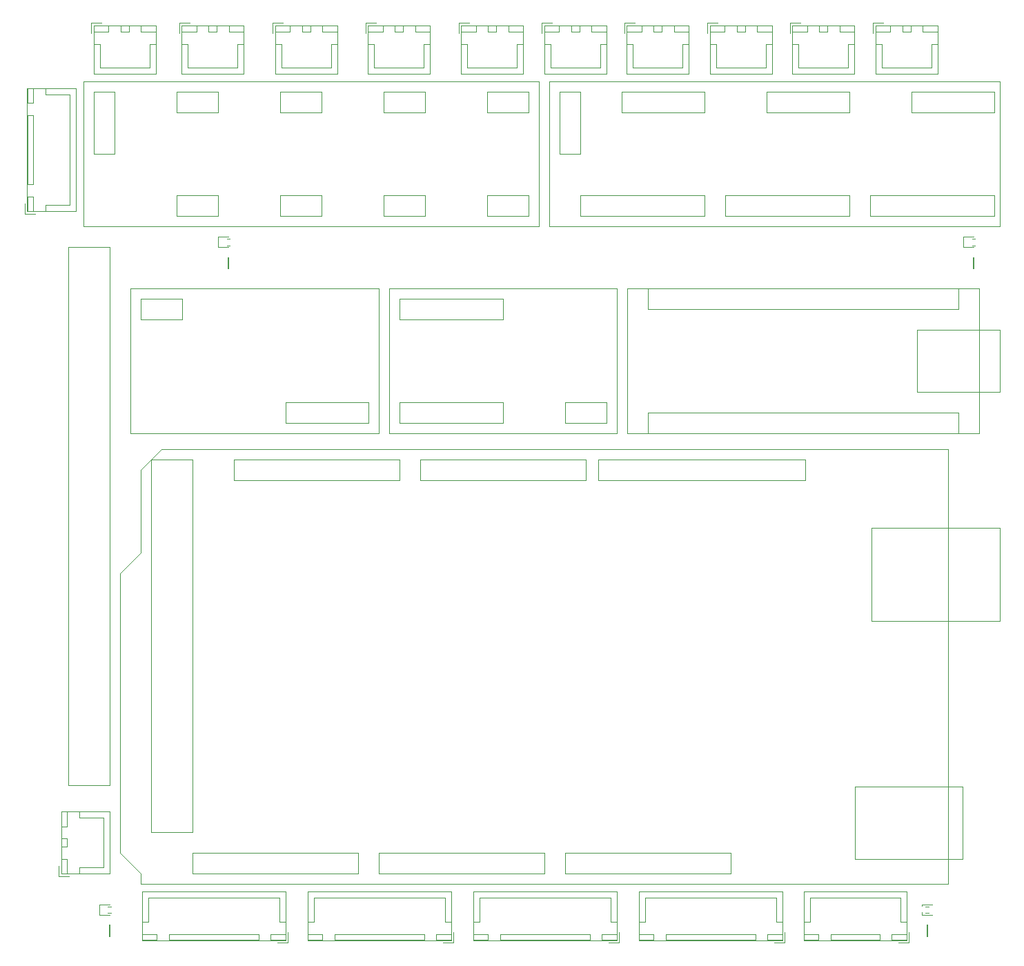
<source format=gto>
%TF.GenerationSoftware,KiCad,Pcbnew,(5.1.8)-1*%
%TF.CreationDate,2021-03-06T21:25:47+09:00*%
%TF.ProjectId,main bord,6d61696e-2062-46f7-9264-2e6b69636164,rev?*%
%TF.SameCoordinates,PXe4e1c0PY7b06240*%
%TF.FileFunction,Legend,Top*%
%TF.FilePolarity,Positive*%
%FSLAX46Y46*%
G04 Gerber Fmt 4.6, Leading zero omitted, Abs format (unit mm)*
G04 Created by KiCad (PCBNEW (5.1.8)-1) date 2021-03-06 21:25:47*
%MOMM*%
%LPD*%
G01*
G04 APERTURE LIST*
%ADD10C,0.120000*%
%ADD11C,0.100000*%
%ADD12C,0.200000*%
%ADD13R,1.700000X1.700000*%
%ADD14C,1.700000*%
%ADD15O,1.700000X1.700000*%
%ADD16O,1.700000X2.000000*%
%ADD17O,1.950000X1.700000*%
%ADD18O,1.700000X1.950000*%
%ADD19O,2.000000X1.700000*%
%ADD20R,0.800000X0.800000*%
%ADD21R,1.050000X1.800000*%
G04 APERTURE END LIST*
D10*
X115245000Y86050000D02*
X116515000Y86050000D01*
X115245000Y87320000D02*
X115245000Y86050000D01*
X116515000Y87320000D02*
X115245000Y87320000D01*
X5390000Y20010000D02*
X5390000Y86050000D01*
X10470000Y20010000D02*
X5390000Y20010000D01*
X10470000Y86050000D02*
X10470000Y20010000D01*
X5390000Y86050000D02*
X10470000Y86050000D01*
X23805000Y87320000D02*
X25075000Y87320000D01*
X23805000Y86050000D02*
X23805000Y87320000D01*
X25075000Y86050000D02*
X23805000Y86050000D01*
X110165000Y5405000D02*
X111435000Y5405000D01*
X110165000Y4135000D02*
X110165000Y5405000D01*
X111435000Y4135000D02*
X110165000Y4135000D01*
X9200000Y5405000D02*
X10470000Y5405000D01*
X9200000Y4135000D02*
X9200000Y5405000D01*
X10470000Y4135000D02*
X9200000Y4135000D01*
%TO.C,U3*%
X119055000Y92400000D02*
X103815000Y92400000D01*
X119055000Y89860000D02*
X119055000Y92400000D01*
X103815000Y89860000D02*
X119055000Y89860000D01*
X103815000Y92400000D02*
X103815000Y89860000D01*
X119055000Y105100000D02*
X108895000Y105100000D01*
X119055000Y102560000D02*
X119055000Y105100000D01*
X108895000Y102560000D02*
X119055000Y102560000D01*
X108895000Y105100000D02*
X108895000Y102560000D01*
X101275000Y105100000D02*
X91115000Y105100000D01*
X101275000Y102560000D02*
X101275000Y105100000D01*
X91115000Y102560000D02*
X101275000Y102560000D01*
X91115000Y105100000D02*
X91115000Y102560000D01*
X101275000Y92400000D02*
X86035000Y92400000D01*
X101275000Y89860000D02*
X101275000Y92400000D01*
X86035000Y89860000D02*
X101275000Y89860000D01*
X86035000Y92400000D02*
X86035000Y89860000D01*
X83495000Y92400000D02*
X68255000Y92400000D01*
X83495000Y89860000D02*
X83495000Y92400000D01*
X68255000Y89860000D02*
X83495000Y89860000D01*
X68255000Y92400000D02*
X68255000Y89860000D01*
X83495000Y105100000D02*
X73335000Y105100000D01*
X83495000Y102560000D02*
X83495000Y105100000D01*
X73335000Y102560000D02*
X83495000Y102560000D01*
X73335000Y105100000D02*
X73335000Y102560000D01*
X65715000Y97480000D02*
X65715000Y105100000D01*
X68255000Y97480000D02*
X65715000Y97480000D01*
X68255000Y105100000D02*
X68255000Y97480000D01*
X65715000Y105100000D02*
X68255000Y105100000D01*
X64445000Y106370000D02*
X64445000Y88590000D01*
X119690000Y106370000D02*
X119690000Y88590000D01*
X64445000Y106370000D02*
X119690000Y106370000D01*
X64445000Y88590000D02*
X119690000Y88590000D01*
%TO.C,U2*%
X119690000Y75890000D02*
X119690000Y68270000D01*
X109530000Y75890000D02*
X119690000Y75890000D01*
X109530000Y68270000D02*
X109530000Y75890000D01*
X119690000Y68270000D02*
X109530000Y68270000D01*
X73970000Y80970000D02*
X117150000Y80970000D01*
X73970000Y63190000D02*
X117150000Y63190000D01*
X117150000Y63190000D02*
X117150000Y80970000D01*
X73970000Y63190000D02*
X73970000Y80970000D01*
X76510000Y63190000D02*
X76510000Y65730000D01*
X76510000Y65730000D02*
X114610000Y65730000D01*
X114610000Y65730000D02*
X114610000Y63190000D01*
X114610000Y80970000D02*
X114610000Y78430000D01*
X114610000Y78430000D02*
X76510000Y78430000D01*
X76510000Y78430000D02*
X76510000Y80970000D01*
%TO.C,U6*%
X68890000Y57475000D02*
X48570000Y57475000D01*
X68890000Y60015000D02*
X68890000Y57475000D01*
X48570000Y60015000D02*
X68890000Y60015000D01*
X48570000Y57475000D02*
X48570000Y60015000D01*
X46030000Y60015000D02*
X46030000Y57475000D01*
X25710000Y60015000D02*
X46030000Y60015000D01*
X25710000Y57475000D02*
X25710000Y60015000D01*
X46030000Y57475000D02*
X25710000Y57475000D01*
X20630000Y60015000D02*
X20630000Y14295000D01*
X15550000Y60015000D02*
X20630000Y60015000D01*
X15550000Y14295000D02*
X15550000Y60015000D01*
X20630000Y14295000D02*
X15550000Y14295000D01*
X20630000Y9215000D02*
X40950000Y9215000D01*
X20630000Y11755000D02*
X20630000Y9215000D01*
X40950000Y11755000D02*
X20630000Y11755000D01*
X40950000Y9215000D02*
X40950000Y11755000D01*
X43490000Y9215000D02*
X63810000Y9215000D01*
X43490000Y11755000D02*
X43490000Y9215000D01*
X63810000Y11755000D02*
X43490000Y11755000D01*
X63810000Y9215000D02*
X63810000Y11755000D01*
X66350000Y9215000D02*
X86670000Y9215000D01*
X66350000Y11755000D02*
X66350000Y9215000D01*
X86670000Y11755000D02*
X66350000Y11755000D01*
X86670000Y9215000D02*
X86670000Y11755000D01*
X103942000Y40203000D02*
X119690000Y40203000D01*
X103942000Y51633000D02*
X103942000Y40203000D01*
X119690000Y51633000D02*
X103942000Y51633000D01*
X119690000Y40203000D02*
X119690000Y51633000D01*
X115118000Y19883000D02*
X115118000Y10993000D01*
X101910000Y19883000D02*
X115118000Y19883000D01*
X101910000Y10993000D02*
X101910000Y19883000D01*
X115118000Y10993000D02*
X101910000Y10993000D01*
X113340000Y7945000D02*
X113340000Y61285000D01*
X14280000Y7945000D02*
X113340000Y7945000D01*
X14280000Y9215000D02*
X14280000Y7945000D01*
X11740000Y11755000D02*
X14280000Y9215000D01*
X11740000Y46045000D02*
X11740000Y11755000D01*
X14280000Y48585000D02*
X11740000Y46045000D01*
X14280000Y58745000D02*
X14280000Y48585000D01*
X16820000Y61285000D02*
X14280000Y58745000D01*
X113340000Y61285000D02*
X16820000Y61285000D01*
X95814000Y57475000D02*
X95814000Y60015000D01*
X95814000Y60015000D02*
X70414000Y60015000D01*
X70414000Y60015000D02*
X70414000Y57475000D01*
X70414000Y57475000D02*
X95814000Y57475000D01*
%TO.C,J1*%
X63540000Y113565000D02*
X63540000Y112315000D01*
X64790000Y113565000D02*
X63540000Y113565000D01*
X70690000Y108065000D02*
X67640000Y108065000D01*
X70690000Y111015000D02*
X70690000Y108065000D01*
X71440000Y111015000D02*
X70690000Y111015000D01*
X64590000Y108065000D02*
X67640000Y108065000D01*
X64590000Y111015000D02*
X64590000Y108065000D01*
X63840000Y111015000D02*
X64590000Y111015000D01*
X71440000Y113265000D02*
X69640000Y113265000D01*
X71440000Y112515000D02*
X71440000Y113265000D01*
X69640000Y112515000D02*
X71440000Y112515000D01*
X69640000Y113265000D02*
X69640000Y112515000D01*
X65640000Y113265000D02*
X63840000Y113265000D01*
X65640000Y112515000D02*
X65640000Y113265000D01*
X63840000Y112515000D02*
X65640000Y112515000D01*
X63840000Y113265000D02*
X63840000Y112515000D01*
X68140000Y113265000D02*
X67140000Y113265000D01*
X68140000Y112515000D02*
X68140000Y113265000D01*
X67140000Y112515000D02*
X68140000Y112515000D01*
X67140000Y113265000D02*
X67140000Y112515000D01*
X71450000Y113275000D02*
X63830000Y113275000D01*
X71450000Y107305000D02*
X71450000Y113275000D01*
X63830000Y107305000D02*
X71450000Y107305000D01*
X63830000Y113275000D02*
X63830000Y107305000D01*
%TO.C,J2*%
X73950000Y113275000D02*
X73950000Y107305000D01*
X73950000Y107305000D02*
X81570000Y107305000D01*
X81570000Y107305000D02*
X81570000Y113275000D01*
X81570000Y113275000D02*
X73950000Y113275000D01*
X77260000Y113265000D02*
X77260000Y112515000D01*
X77260000Y112515000D02*
X78260000Y112515000D01*
X78260000Y112515000D02*
X78260000Y113265000D01*
X78260000Y113265000D02*
X77260000Y113265000D01*
X73960000Y113265000D02*
X73960000Y112515000D01*
X73960000Y112515000D02*
X75760000Y112515000D01*
X75760000Y112515000D02*
X75760000Y113265000D01*
X75760000Y113265000D02*
X73960000Y113265000D01*
X79760000Y113265000D02*
X79760000Y112515000D01*
X79760000Y112515000D02*
X81560000Y112515000D01*
X81560000Y112515000D02*
X81560000Y113265000D01*
X81560000Y113265000D02*
X79760000Y113265000D01*
X73960000Y111015000D02*
X74710000Y111015000D01*
X74710000Y111015000D02*
X74710000Y108065000D01*
X74710000Y108065000D02*
X77760000Y108065000D01*
X81560000Y111015000D02*
X80810000Y111015000D01*
X80810000Y111015000D02*
X80810000Y108065000D01*
X80810000Y108065000D02*
X77760000Y108065000D01*
X74910000Y113565000D02*
X73660000Y113565000D01*
X73660000Y113565000D02*
X73660000Y112315000D01*
%TO.C,J3*%
X83860000Y113565000D02*
X83860000Y112315000D01*
X85110000Y113565000D02*
X83860000Y113565000D01*
X91010000Y108065000D02*
X87960000Y108065000D01*
X91010000Y111015000D02*
X91010000Y108065000D01*
X91760000Y111015000D02*
X91010000Y111015000D01*
X84910000Y108065000D02*
X87960000Y108065000D01*
X84910000Y111015000D02*
X84910000Y108065000D01*
X84160000Y111015000D02*
X84910000Y111015000D01*
X91760000Y113265000D02*
X89960000Y113265000D01*
X91760000Y112515000D02*
X91760000Y113265000D01*
X89960000Y112515000D02*
X91760000Y112515000D01*
X89960000Y113265000D02*
X89960000Y112515000D01*
X85960000Y113265000D02*
X84160000Y113265000D01*
X85960000Y112515000D02*
X85960000Y113265000D01*
X84160000Y112515000D02*
X85960000Y112515000D01*
X84160000Y113265000D02*
X84160000Y112515000D01*
X88460000Y113265000D02*
X87460000Y113265000D01*
X88460000Y112515000D02*
X88460000Y113265000D01*
X87460000Y112515000D02*
X88460000Y112515000D01*
X87460000Y113265000D02*
X87460000Y112515000D01*
X91770000Y113275000D02*
X84150000Y113275000D01*
X91770000Y107305000D02*
X91770000Y113275000D01*
X84150000Y107305000D02*
X91770000Y107305000D01*
X84150000Y113275000D02*
X84150000Y107305000D01*
%TO.C,J4*%
X94270000Y113275000D02*
X94270000Y107305000D01*
X94270000Y107305000D02*
X101890000Y107305000D01*
X101890000Y107305000D02*
X101890000Y113275000D01*
X101890000Y113275000D02*
X94270000Y113275000D01*
X97580000Y113265000D02*
X97580000Y112515000D01*
X97580000Y112515000D02*
X98580000Y112515000D01*
X98580000Y112515000D02*
X98580000Y113265000D01*
X98580000Y113265000D02*
X97580000Y113265000D01*
X94280000Y113265000D02*
X94280000Y112515000D01*
X94280000Y112515000D02*
X96080000Y112515000D01*
X96080000Y112515000D02*
X96080000Y113265000D01*
X96080000Y113265000D02*
X94280000Y113265000D01*
X100080000Y113265000D02*
X100080000Y112515000D01*
X100080000Y112515000D02*
X101880000Y112515000D01*
X101880000Y112515000D02*
X101880000Y113265000D01*
X101880000Y113265000D02*
X100080000Y113265000D01*
X94280000Y111015000D02*
X95030000Y111015000D01*
X95030000Y111015000D02*
X95030000Y108065000D01*
X95030000Y108065000D02*
X98080000Y108065000D01*
X101880000Y111015000D02*
X101130000Y111015000D01*
X101130000Y111015000D02*
X101130000Y108065000D01*
X101130000Y108065000D02*
X98080000Y108065000D01*
X95230000Y113565000D02*
X93980000Y113565000D01*
X93980000Y113565000D02*
X93980000Y112315000D01*
%TO.C,J5*%
X104470000Y113275000D02*
X104470000Y107305000D01*
X104470000Y107305000D02*
X112090000Y107305000D01*
X112090000Y107305000D02*
X112090000Y113275000D01*
X112090000Y113275000D02*
X104470000Y113275000D01*
X107780000Y113265000D02*
X107780000Y112515000D01*
X107780000Y112515000D02*
X108780000Y112515000D01*
X108780000Y112515000D02*
X108780000Y113265000D01*
X108780000Y113265000D02*
X107780000Y113265000D01*
X104480000Y113265000D02*
X104480000Y112515000D01*
X104480000Y112515000D02*
X106280000Y112515000D01*
X106280000Y112515000D02*
X106280000Y113265000D01*
X106280000Y113265000D02*
X104480000Y113265000D01*
X110280000Y113265000D02*
X110280000Y112515000D01*
X110280000Y112515000D02*
X112080000Y112515000D01*
X112080000Y112515000D02*
X112080000Y113265000D01*
X112080000Y113265000D02*
X110280000Y113265000D01*
X104480000Y111015000D02*
X105230000Y111015000D01*
X105230000Y111015000D02*
X105230000Y108065000D01*
X105230000Y108065000D02*
X108280000Y108065000D01*
X112080000Y111015000D02*
X111330000Y111015000D01*
X111330000Y111015000D02*
X111330000Y108065000D01*
X111330000Y108065000D02*
X108280000Y108065000D01*
X105430000Y113565000D02*
X104180000Y113565000D01*
X104180000Y113565000D02*
X104180000Y112315000D01*
%TO.C,J6*%
X19340000Y113275000D02*
X19340000Y107305000D01*
X19340000Y107305000D02*
X26960000Y107305000D01*
X26960000Y107305000D02*
X26960000Y113275000D01*
X26960000Y113275000D02*
X19340000Y113275000D01*
X22650000Y113265000D02*
X22650000Y112515000D01*
X22650000Y112515000D02*
X23650000Y112515000D01*
X23650000Y112515000D02*
X23650000Y113265000D01*
X23650000Y113265000D02*
X22650000Y113265000D01*
X19350000Y113265000D02*
X19350000Y112515000D01*
X19350000Y112515000D02*
X21150000Y112515000D01*
X21150000Y112515000D02*
X21150000Y113265000D01*
X21150000Y113265000D02*
X19350000Y113265000D01*
X25150000Y113265000D02*
X25150000Y112515000D01*
X25150000Y112515000D02*
X26950000Y112515000D01*
X26950000Y112515000D02*
X26950000Y113265000D01*
X26950000Y113265000D02*
X25150000Y113265000D01*
X19350000Y111015000D02*
X20100000Y111015000D01*
X20100000Y111015000D02*
X20100000Y108065000D01*
X20100000Y108065000D02*
X23150000Y108065000D01*
X26950000Y111015000D02*
X26200000Y111015000D01*
X26200000Y111015000D02*
X26200000Y108065000D01*
X26200000Y108065000D02*
X23150000Y108065000D01*
X20300000Y113565000D02*
X19050000Y113565000D01*
X19050000Y113565000D02*
X19050000Y112315000D01*
%TO.C,J7*%
X30520000Y113565000D02*
X30520000Y112315000D01*
X31770000Y113565000D02*
X30520000Y113565000D01*
X37670000Y108065000D02*
X34620000Y108065000D01*
X37670000Y111015000D02*
X37670000Y108065000D01*
X38420000Y111015000D02*
X37670000Y111015000D01*
X31570000Y108065000D02*
X34620000Y108065000D01*
X31570000Y111015000D02*
X31570000Y108065000D01*
X30820000Y111015000D02*
X31570000Y111015000D01*
X38420000Y113265000D02*
X36620000Y113265000D01*
X38420000Y112515000D02*
X38420000Y113265000D01*
X36620000Y112515000D02*
X38420000Y112515000D01*
X36620000Y113265000D02*
X36620000Y112515000D01*
X32620000Y113265000D02*
X30820000Y113265000D01*
X32620000Y112515000D02*
X32620000Y113265000D01*
X30820000Y112515000D02*
X32620000Y112515000D01*
X30820000Y113265000D02*
X30820000Y112515000D01*
X35120000Y113265000D02*
X34120000Y113265000D01*
X35120000Y112515000D02*
X35120000Y113265000D01*
X34120000Y112515000D02*
X35120000Y112515000D01*
X34120000Y113265000D02*
X34120000Y112515000D01*
X38430000Y113275000D02*
X30810000Y113275000D01*
X38430000Y107305000D02*
X38430000Y113275000D01*
X30810000Y107305000D02*
X38430000Y107305000D01*
X30810000Y113275000D02*
X30810000Y107305000D01*
%TO.C,J8*%
X42200000Y113275000D02*
X42200000Y107305000D01*
X42200000Y107305000D02*
X49820000Y107305000D01*
X49820000Y107305000D02*
X49820000Y113275000D01*
X49820000Y113275000D02*
X42200000Y113275000D01*
X45510000Y113265000D02*
X45510000Y112515000D01*
X45510000Y112515000D02*
X46510000Y112515000D01*
X46510000Y112515000D02*
X46510000Y113265000D01*
X46510000Y113265000D02*
X45510000Y113265000D01*
X42210000Y113265000D02*
X42210000Y112515000D01*
X42210000Y112515000D02*
X44010000Y112515000D01*
X44010000Y112515000D02*
X44010000Y113265000D01*
X44010000Y113265000D02*
X42210000Y113265000D01*
X48010000Y113265000D02*
X48010000Y112515000D01*
X48010000Y112515000D02*
X49810000Y112515000D01*
X49810000Y112515000D02*
X49810000Y113265000D01*
X49810000Y113265000D02*
X48010000Y113265000D01*
X42210000Y111015000D02*
X42960000Y111015000D01*
X42960000Y111015000D02*
X42960000Y108065000D01*
X42960000Y108065000D02*
X46010000Y108065000D01*
X49810000Y111015000D02*
X49060000Y111015000D01*
X49060000Y111015000D02*
X49060000Y108065000D01*
X49060000Y108065000D02*
X46010000Y108065000D01*
X43160000Y113565000D02*
X41910000Y113565000D01*
X41910000Y113565000D02*
X41910000Y112315000D01*
%TO.C,J9*%
X53340000Y113565000D02*
X53340000Y112315000D01*
X54590000Y113565000D02*
X53340000Y113565000D01*
X60490000Y108065000D02*
X57440000Y108065000D01*
X60490000Y111015000D02*
X60490000Y108065000D01*
X61240000Y111015000D02*
X60490000Y111015000D01*
X54390000Y108065000D02*
X57440000Y108065000D01*
X54390000Y111015000D02*
X54390000Y108065000D01*
X53640000Y111015000D02*
X54390000Y111015000D01*
X61240000Y113265000D02*
X59440000Y113265000D01*
X61240000Y112515000D02*
X61240000Y113265000D01*
X59440000Y112515000D02*
X61240000Y112515000D01*
X59440000Y113265000D02*
X59440000Y112515000D01*
X55440000Y113265000D02*
X53640000Y113265000D01*
X55440000Y112515000D02*
X55440000Y113265000D01*
X53640000Y112515000D02*
X55440000Y112515000D01*
X53640000Y113265000D02*
X53640000Y112515000D01*
X57940000Y113265000D02*
X56940000Y113265000D01*
X57940000Y112515000D02*
X57940000Y113265000D01*
X56940000Y112515000D02*
X57940000Y112515000D01*
X56940000Y113265000D02*
X56940000Y112515000D01*
X61250000Y113275000D02*
X53630000Y113275000D01*
X61250000Y107305000D02*
X61250000Y113275000D01*
X53630000Y107305000D02*
X61250000Y107305000D01*
X53630000Y113275000D02*
X53630000Y107305000D01*
%TO.C,J14*%
X100000Y90185000D02*
X1350000Y90185000D01*
X100000Y91435000D02*
X100000Y90185000D01*
X5600000Y104835000D02*
X5600000Y98035000D01*
X2650000Y104835000D02*
X5600000Y104835000D01*
X2650000Y105585000D02*
X2650000Y104835000D01*
X5600000Y91235000D02*
X5600000Y98035000D01*
X2650000Y91235000D02*
X5600000Y91235000D01*
X2650000Y90485000D02*
X2650000Y91235000D01*
X400000Y105585000D02*
X400000Y103785000D01*
X1150000Y105585000D02*
X400000Y105585000D01*
X1150000Y103785000D02*
X1150000Y105585000D01*
X400000Y103785000D02*
X1150000Y103785000D01*
X400000Y92285000D02*
X400000Y90485000D01*
X1150000Y92285000D02*
X400000Y92285000D01*
X1150000Y90485000D02*
X1150000Y92285000D01*
X400000Y90485000D02*
X1150000Y90485000D01*
X400000Y102285000D02*
X400000Y93785000D01*
X1150000Y102285000D02*
X400000Y102285000D01*
X1150000Y93785000D02*
X1150000Y102285000D01*
X400000Y93785000D02*
X1150000Y93785000D01*
X390000Y105595000D02*
X390000Y90475000D01*
X6360000Y105595000D02*
X390000Y105595000D01*
X6360000Y90475000D02*
X6360000Y105595000D01*
X390000Y90475000D02*
X6360000Y90475000D01*
%TO.C,J17*%
X8255000Y113565000D02*
X8255000Y112315000D01*
X9505000Y113565000D02*
X8255000Y113565000D01*
X15405000Y108065000D02*
X12355000Y108065000D01*
X15405000Y111015000D02*
X15405000Y108065000D01*
X16155000Y111015000D02*
X15405000Y111015000D01*
X9305000Y108065000D02*
X12355000Y108065000D01*
X9305000Y111015000D02*
X9305000Y108065000D01*
X8555000Y111015000D02*
X9305000Y111015000D01*
X16155000Y113265000D02*
X14355000Y113265000D01*
X16155000Y112515000D02*
X16155000Y113265000D01*
X14355000Y112515000D02*
X16155000Y112515000D01*
X14355000Y113265000D02*
X14355000Y112515000D01*
X10355000Y113265000D02*
X8555000Y113265000D01*
X10355000Y112515000D02*
X10355000Y113265000D01*
X8555000Y112515000D02*
X10355000Y112515000D01*
X8555000Y113265000D02*
X8555000Y112515000D01*
X12855000Y113265000D02*
X11855000Y113265000D01*
X12855000Y112515000D02*
X12855000Y113265000D01*
X11855000Y112515000D02*
X12855000Y112515000D01*
X11855000Y113265000D02*
X11855000Y112515000D01*
X16165000Y113275000D02*
X8545000Y113275000D01*
X16165000Y107305000D02*
X16165000Y113275000D01*
X8545000Y107305000D02*
X16165000Y107305000D01*
X8545000Y113275000D02*
X8545000Y107305000D01*
%TO.C,J19*%
X108570000Y750000D02*
X108570000Y2000000D01*
X107320000Y750000D02*
X108570000Y750000D01*
X96420000Y6250000D02*
X101970000Y6250000D01*
X96420000Y3300000D02*
X96420000Y6250000D01*
X95670000Y3300000D02*
X96420000Y3300000D01*
X107520000Y6250000D02*
X101970000Y6250000D01*
X107520000Y3300000D02*
X107520000Y6250000D01*
X108270000Y3300000D02*
X107520000Y3300000D01*
X95670000Y1050000D02*
X97470000Y1050000D01*
X95670000Y1800000D02*
X95670000Y1050000D01*
X97470000Y1800000D02*
X95670000Y1800000D01*
X97470000Y1050000D02*
X97470000Y1800000D01*
X106470000Y1050000D02*
X108270000Y1050000D01*
X106470000Y1800000D02*
X106470000Y1050000D01*
X108270000Y1800000D02*
X106470000Y1800000D01*
X108270000Y1050000D02*
X108270000Y1800000D01*
X98970000Y1050000D02*
X104970000Y1050000D01*
X98970000Y1800000D02*
X98970000Y1050000D01*
X104970000Y1800000D02*
X98970000Y1800000D01*
X104970000Y1050000D02*
X104970000Y1800000D01*
X95660000Y1040000D02*
X108280000Y1040000D01*
X95660000Y7010000D02*
X95660000Y1040000D01*
X108280000Y7010000D02*
X95660000Y7010000D01*
X108280000Y1040000D02*
X108280000Y7010000D01*
%TO.C,J21*%
X4250000Y8905000D02*
X5500000Y8905000D01*
X4250000Y10155000D02*
X4250000Y8905000D01*
X9750000Y16055000D02*
X9750000Y13005000D01*
X6800000Y16055000D02*
X9750000Y16055000D01*
X6800000Y16805000D02*
X6800000Y16055000D01*
X9750000Y9955000D02*
X9750000Y13005000D01*
X6800000Y9955000D02*
X9750000Y9955000D01*
X6800000Y9205000D02*
X6800000Y9955000D01*
X4550000Y16805000D02*
X4550000Y15005000D01*
X5300000Y16805000D02*
X4550000Y16805000D01*
X5300000Y15005000D02*
X5300000Y16805000D01*
X4550000Y15005000D02*
X5300000Y15005000D01*
X4550000Y11005000D02*
X4550000Y9205000D01*
X5300000Y11005000D02*
X4550000Y11005000D01*
X5300000Y9205000D02*
X5300000Y11005000D01*
X4550000Y9205000D02*
X5300000Y9205000D01*
X4550000Y13505000D02*
X4550000Y12505000D01*
X5300000Y13505000D02*
X4550000Y13505000D01*
X5300000Y12505000D02*
X5300000Y13505000D01*
X4550000Y12505000D02*
X5300000Y12505000D01*
X4540000Y16815000D02*
X4540000Y9195000D01*
X10510000Y16815000D02*
X4540000Y16815000D01*
X10510000Y9195000D02*
X10510000Y16815000D01*
X4540000Y9195000D02*
X10510000Y9195000D01*
%TO.C,J22*%
X32080000Y1040000D02*
X32080000Y7010000D01*
X32080000Y7010000D02*
X14460000Y7010000D01*
X14460000Y7010000D02*
X14460000Y1040000D01*
X14460000Y1040000D02*
X32080000Y1040000D01*
X28770000Y1050000D02*
X28770000Y1800000D01*
X28770000Y1800000D02*
X17770000Y1800000D01*
X17770000Y1800000D02*
X17770000Y1050000D01*
X17770000Y1050000D02*
X28770000Y1050000D01*
X32070000Y1050000D02*
X32070000Y1800000D01*
X32070000Y1800000D02*
X30270000Y1800000D01*
X30270000Y1800000D02*
X30270000Y1050000D01*
X30270000Y1050000D02*
X32070000Y1050000D01*
X16270000Y1050000D02*
X16270000Y1800000D01*
X16270000Y1800000D02*
X14470000Y1800000D01*
X14470000Y1800000D02*
X14470000Y1050000D01*
X14470000Y1050000D02*
X16270000Y1050000D01*
X32070000Y3300000D02*
X31320000Y3300000D01*
X31320000Y3300000D02*
X31320000Y6250000D01*
X31320000Y6250000D02*
X23270000Y6250000D01*
X14470000Y3300000D02*
X15220000Y3300000D01*
X15220000Y3300000D02*
X15220000Y6250000D01*
X15220000Y6250000D02*
X23270000Y6250000D01*
X31120000Y750000D02*
X32370000Y750000D01*
X32370000Y750000D02*
X32370000Y2000000D01*
%TO.C,J23*%
X52690000Y750000D02*
X52690000Y2000000D01*
X51440000Y750000D02*
X52690000Y750000D01*
X35540000Y6250000D02*
X43590000Y6250000D01*
X35540000Y3300000D02*
X35540000Y6250000D01*
X34790000Y3300000D02*
X35540000Y3300000D01*
X51640000Y6250000D02*
X43590000Y6250000D01*
X51640000Y3300000D02*
X51640000Y6250000D01*
X52390000Y3300000D02*
X51640000Y3300000D01*
X34790000Y1050000D02*
X36590000Y1050000D01*
X34790000Y1800000D02*
X34790000Y1050000D01*
X36590000Y1800000D02*
X34790000Y1800000D01*
X36590000Y1050000D02*
X36590000Y1800000D01*
X50590000Y1050000D02*
X52390000Y1050000D01*
X50590000Y1800000D02*
X50590000Y1050000D01*
X52390000Y1800000D02*
X50590000Y1800000D01*
X52390000Y1050000D02*
X52390000Y1800000D01*
X38090000Y1050000D02*
X49090000Y1050000D01*
X38090000Y1800000D02*
X38090000Y1050000D01*
X49090000Y1800000D02*
X38090000Y1800000D01*
X49090000Y1050000D02*
X49090000Y1800000D01*
X34780000Y1040000D02*
X52400000Y1040000D01*
X34780000Y7010000D02*
X34780000Y1040000D01*
X52400000Y7010000D02*
X34780000Y7010000D01*
X52400000Y1040000D02*
X52400000Y7010000D01*
%TO.C,J25*%
X72720000Y1040000D02*
X72720000Y7010000D01*
X72720000Y7010000D02*
X55100000Y7010000D01*
X55100000Y7010000D02*
X55100000Y1040000D01*
X55100000Y1040000D02*
X72720000Y1040000D01*
X69410000Y1050000D02*
X69410000Y1800000D01*
X69410000Y1800000D02*
X58410000Y1800000D01*
X58410000Y1800000D02*
X58410000Y1050000D01*
X58410000Y1050000D02*
X69410000Y1050000D01*
X72710000Y1050000D02*
X72710000Y1800000D01*
X72710000Y1800000D02*
X70910000Y1800000D01*
X70910000Y1800000D02*
X70910000Y1050000D01*
X70910000Y1050000D02*
X72710000Y1050000D01*
X56910000Y1050000D02*
X56910000Y1800000D01*
X56910000Y1800000D02*
X55110000Y1800000D01*
X55110000Y1800000D02*
X55110000Y1050000D01*
X55110000Y1050000D02*
X56910000Y1050000D01*
X72710000Y3300000D02*
X71960000Y3300000D01*
X71960000Y3300000D02*
X71960000Y6250000D01*
X71960000Y6250000D02*
X63910000Y6250000D01*
X55110000Y3300000D02*
X55860000Y3300000D01*
X55860000Y3300000D02*
X55860000Y6250000D01*
X55860000Y6250000D02*
X63910000Y6250000D01*
X71760000Y750000D02*
X73010000Y750000D01*
X73010000Y750000D02*
X73010000Y2000000D01*
%TO.C,J28*%
X93330000Y750000D02*
X93330000Y2000000D01*
X92080000Y750000D02*
X93330000Y750000D01*
X76180000Y6250000D02*
X84230000Y6250000D01*
X76180000Y3300000D02*
X76180000Y6250000D01*
X75430000Y3300000D02*
X76180000Y3300000D01*
X92280000Y6250000D02*
X84230000Y6250000D01*
X92280000Y3300000D02*
X92280000Y6250000D01*
X93030000Y3300000D02*
X92280000Y3300000D01*
X75430000Y1050000D02*
X77230000Y1050000D01*
X75430000Y1800000D02*
X75430000Y1050000D01*
X77230000Y1800000D02*
X75430000Y1800000D01*
X77230000Y1050000D02*
X77230000Y1800000D01*
X91230000Y1050000D02*
X93030000Y1050000D01*
X91230000Y1800000D02*
X91230000Y1050000D01*
X93030000Y1800000D02*
X91230000Y1800000D01*
X93030000Y1050000D02*
X93030000Y1800000D01*
X78730000Y1050000D02*
X89730000Y1050000D01*
X78730000Y1800000D02*
X78730000Y1050000D01*
X89730000Y1800000D02*
X78730000Y1800000D01*
X89730000Y1050000D02*
X89730000Y1800000D01*
X75420000Y1040000D02*
X93040000Y1040000D01*
X75420000Y7010000D02*
X75420000Y1040000D01*
X93040000Y7010000D02*
X75420000Y7010000D01*
X93040000Y1040000D02*
X93040000Y7010000D01*
%TO.C,U1*%
X13010000Y80970000D02*
X13010000Y63190000D01*
X13010000Y80970000D02*
X43490000Y80970000D01*
X43490000Y80970000D02*
X43490000Y63190000D01*
X43490000Y63190000D02*
X13010000Y63190000D01*
X14280000Y79700000D02*
X19360000Y79700000D01*
X19360000Y79700000D02*
X19360000Y77160000D01*
X19360000Y77160000D02*
X14280000Y77160000D01*
X14280000Y77160000D02*
X14280000Y79700000D01*
X32060000Y67000000D02*
X42220000Y67000000D01*
X42220000Y67000000D02*
X42220000Y64460000D01*
X42220000Y64460000D02*
X32060000Y64460000D01*
X32060000Y64460000D02*
X32060000Y67000000D01*
%TO.C,U4*%
X7295000Y106370000D02*
X7295000Y88590000D01*
X7295000Y88590000D02*
X63175000Y88590000D01*
X63175000Y88590000D02*
X63175000Y106370000D01*
X63175000Y106370000D02*
X7295000Y106370000D01*
X8565000Y105100000D02*
X8565000Y97480000D01*
X8565000Y97480000D02*
X11105000Y97480000D01*
X11105000Y97480000D02*
X11105000Y105100000D01*
X11105000Y105100000D02*
X8565000Y105100000D01*
X18725000Y105100000D02*
X18725000Y102560000D01*
X18725000Y102560000D02*
X23805000Y102560000D01*
X23805000Y102560000D02*
X23805000Y105100000D01*
X23805000Y105100000D02*
X18725000Y105100000D01*
X18725000Y92400000D02*
X18725000Y89860000D01*
X18725000Y89860000D02*
X23805000Y89860000D01*
X23805000Y89860000D02*
X23805000Y92400000D01*
X23805000Y92400000D02*
X18725000Y92400000D01*
X31425000Y92400000D02*
X31425000Y89860000D01*
X31425000Y89860000D02*
X36505000Y89860000D01*
X36505000Y89860000D02*
X36505000Y92400000D01*
X36505000Y92400000D02*
X31425000Y92400000D01*
X31425000Y102560000D02*
X31425000Y105100000D01*
X31425000Y105100000D02*
X36505000Y105100000D01*
X36505000Y105100000D02*
X36505000Y102560000D01*
X36505000Y102560000D02*
X31425000Y102560000D01*
X44125000Y105100000D02*
X44125000Y102560000D01*
X44125000Y102560000D02*
X49205000Y102560000D01*
X49205000Y102560000D02*
X49205000Y105100000D01*
X49205000Y105100000D02*
X44125000Y105100000D01*
X44125000Y92400000D02*
X44125000Y89860000D01*
X44125000Y89860000D02*
X49205000Y89860000D01*
X49205000Y89860000D02*
X49205000Y92400000D01*
X49205000Y92400000D02*
X44125000Y92400000D01*
X56825000Y105100000D02*
X56825000Y102560000D01*
X56825000Y102560000D02*
X61905000Y102560000D01*
X61905000Y102560000D02*
X61905000Y105100000D01*
X61905000Y105100000D02*
X56825000Y105100000D01*
X56825000Y92400000D02*
X56825000Y89860000D01*
X56825000Y89860000D02*
X61905000Y89860000D01*
X61905000Y89860000D02*
X61905000Y92400000D01*
X61905000Y92400000D02*
X56825000Y92400000D01*
%TO.C,U5*%
X72700000Y63190000D02*
X72700000Y80970000D01*
X72700000Y80970000D02*
X44760000Y80970000D01*
X72700000Y63190000D02*
X44760000Y63190000D01*
X44760000Y63190000D02*
X44760000Y80970000D01*
X71430000Y64460000D02*
X66350000Y64460000D01*
X66350000Y64460000D02*
X66350000Y67000000D01*
X66350000Y67000000D02*
X71430000Y67000000D01*
X71430000Y67000000D02*
X71430000Y64460000D01*
X58730000Y64460000D02*
X46030000Y64460000D01*
X46030000Y64460000D02*
X46030000Y67000000D01*
X46030000Y67000000D02*
X58730000Y67000000D01*
X58730000Y67000000D02*
X58730000Y64460000D01*
X58730000Y77160000D02*
X46030000Y77160000D01*
X46030000Y77160000D02*
X46030000Y79700000D01*
X46030000Y79700000D02*
X58730000Y79700000D01*
X58730000Y79700000D02*
X58730000Y77160000D01*
D11*
%TO.C,LED1*%
X24875000Y86285000D02*
X25275000Y86285000D01*
X24875000Y87085000D02*
X25275000Y87085000D01*
%TO.C,LED2*%
X10270000Y5170000D02*
X10670000Y5170000D01*
X10270000Y4370000D02*
X10670000Y4370000D01*
%TO.C,LED3*%
X110600000Y4370000D02*
X111000000Y4370000D01*
X110600000Y5170000D02*
X111000000Y5170000D01*
%TO.C,LED4*%
X116315000Y87085000D02*
X116715000Y87085000D01*
X116315000Y86285000D02*
X116715000Y86285000D01*
D12*
%TO.C,R1*%
X25075000Y83445000D02*
X25075000Y84845000D01*
%TO.C,R2*%
X10470000Y1530000D02*
X10470000Y2930000D01*
%TO.C,R3*%
X110800000Y1530000D02*
X110800000Y2930000D01*
%TO.C,R4*%
X116515000Y83445000D02*
X116515000Y84845000D01*
%TD*%
%LPC*%
D13*
%TO.C,U3*%
X66985000Y103830000D03*
D14*
X66985000Y98750000D03*
X66985000Y101290000D03*
X69525000Y91130000D03*
X72065000Y91130000D03*
X74605000Y91130000D03*
X82225000Y91130000D03*
X79685000Y91130000D03*
X77145000Y91130000D03*
X87305000Y91130000D03*
X89845000Y91130000D03*
X92385000Y91130000D03*
X100005000Y91130000D03*
X97465000Y91130000D03*
X94925000Y91130000D03*
X105085000Y91130000D03*
X107625000Y91130000D03*
X110165000Y91130000D03*
X117785000Y91130000D03*
X115245000Y91130000D03*
X112705000Y91130000D03*
X74605000Y103830000D03*
X77145000Y103830000D03*
X82225000Y103830000D03*
X79685000Y103830000D03*
X92385000Y103830000D03*
X94925000Y103830000D03*
X100005000Y103830000D03*
X97465000Y103830000D03*
X110165000Y103830000D03*
X112705000Y103830000D03*
X117785000Y103830000D03*
X115245000Y103830000D03*
%TD*%
%TO.C,J12*%
X90480000Y87320000D03*
D15*
X90480000Y84780000D03*
X90480000Y82240000D03*
%TD*%
%TO.C,J10*%
X29520000Y82240000D03*
X29520000Y84780000D03*
D14*
X29520000Y87320000D03*
%TD*%
D15*
%TO.C,J11*%
X90480000Y51760000D03*
X90480000Y49220000D03*
X90480000Y46680000D03*
D14*
X90480000Y44140000D03*
%TD*%
%TO.C,J13*%
X29520000Y51760000D03*
D15*
X29520000Y49220000D03*
X29520000Y46680000D03*
X29520000Y44140000D03*
%TD*%
%TO.C,J37*%
X80320000Y31440000D03*
X80320000Y28900000D03*
X80320000Y26360000D03*
X80320000Y23820000D03*
D14*
X80320000Y21280000D03*
%TD*%
%TO.C,J36*%
X70160000Y21280000D03*
D15*
X70160000Y23820000D03*
X70160000Y26360000D03*
X70160000Y28900000D03*
X70160000Y31440000D03*
%TD*%
D14*
%TO.C,J15*%
X60000000Y18740000D03*
%TD*%
D15*
%TO.C,J32*%
X60000000Y31440000D03*
X60000000Y28900000D03*
X60000000Y26360000D03*
X60000000Y23820000D03*
D14*
X60000000Y21280000D03*
%TD*%
%TO.C,J31*%
X49840000Y21280000D03*
D15*
X49840000Y23820000D03*
X49840000Y26360000D03*
X49840000Y28900000D03*
X49840000Y31440000D03*
%TD*%
D14*
%TO.C,J30*%
X39680000Y21280000D03*
D15*
X39680000Y23820000D03*
X39680000Y26360000D03*
X39680000Y28900000D03*
X39680000Y31440000D03*
%TD*%
D14*
%TO.C,J16*%
X9200000Y56840000D03*
D15*
X9200000Y59380000D03*
X9200000Y61920000D03*
X9200000Y64460000D03*
X9200000Y67000000D03*
X9200000Y69540000D03*
X9200000Y72080000D03*
X9200000Y74620000D03*
X9200000Y77160000D03*
X9200000Y79700000D03*
X9200000Y82240000D03*
X9200000Y84780000D03*
%TD*%
%TO.C,J35*%
X6660000Y59380000D03*
X6660000Y56840000D03*
X6660000Y54300000D03*
X6660000Y51760000D03*
D14*
X6660000Y49220000D03*
%TD*%
%TO.C,J34*%
X6660000Y36520000D03*
D15*
X6660000Y39060000D03*
X6660000Y41600000D03*
X6660000Y44140000D03*
X6660000Y46680000D03*
%TD*%
D14*
%TO.C,J20*%
X9200000Y54300000D03*
D15*
X9200000Y51760000D03*
X9200000Y49220000D03*
X9200000Y46680000D03*
X9200000Y44140000D03*
X9200000Y41600000D03*
X9200000Y39060000D03*
X9200000Y36520000D03*
X9200000Y33980000D03*
X9200000Y31440000D03*
X9200000Y28900000D03*
X9200000Y26360000D03*
X9200000Y23820000D03*
%TD*%
D14*
%TO.C,J33*%
X6660000Y23820000D03*
D15*
X6660000Y26360000D03*
X6660000Y28900000D03*
X6660000Y31440000D03*
X6660000Y33980000D03*
%TD*%
D13*
%TO.C,J18*%
X6660000Y21280000D03*
X9200000Y21280000D03*
%TD*%
D14*
%TO.C,J38*%
X6660000Y61920000D03*
D15*
X6660000Y64460000D03*
X6660000Y67000000D03*
X6660000Y69540000D03*
X6660000Y72080000D03*
%TD*%
%TO.C,J39*%
X6660000Y84780000D03*
X6660000Y82240000D03*
X6660000Y79700000D03*
X6660000Y77160000D03*
D14*
X6660000Y74620000D03*
%TD*%
%TO.C,U2*%
X77780000Y64460000D03*
X80320000Y64460000D03*
X82860000Y64460000D03*
D13*
X85400000Y64460000D03*
D14*
X87940000Y64460000D03*
X90480000Y64460000D03*
X93020000Y64460000D03*
X95560000Y64460000D03*
X98100000Y64460000D03*
X100640000Y64460000D03*
X103180000Y64460000D03*
X105720000Y64460000D03*
X108260000Y64460000D03*
X110800000Y64460000D03*
X113340000Y64460000D03*
X77780000Y79700000D03*
D13*
X80320000Y79700000D03*
D14*
X82860000Y79700000D03*
X85400000Y79700000D03*
X87940000Y79700000D03*
X90480000Y79700000D03*
X93020000Y79700000D03*
X95560000Y79700000D03*
X98100000Y79700000D03*
X100640000Y79700000D03*
X103180000Y79700000D03*
X105720000Y79700000D03*
X108260000Y79700000D03*
X110800000Y79700000D03*
X113340000Y79700000D03*
%TD*%
%TO.C,U6*%
X94544000Y58745000D03*
X92004000Y58745000D03*
X89464000Y58745000D03*
X86924000Y58745000D03*
X84384000Y58745000D03*
X81844000Y58745000D03*
X79304000Y58745000D03*
X76764000Y58745000D03*
X74224000Y58745000D03*
X71684000Y58745000D03*
X67620000Y58745000D03*
X65080000Y58745000D03*
X62540000Y58745000D03*
X60000000Y58745000D03*
X57460000Y58745000D03*
X54920000Y58745000D03*
X52380000Y58745000D03*
X49840000Y58745000D03*
X44760000Y58745000D03*
X42220000Y58745000D03*
X39680000Y58745000D03*
X37140000Y58745000D03*
X34600000Y58745000D03*
X32060000Y58745000D03*
X29520000Y58745000D03*
X26980000Y58745000D03*
X19360000Y58745000D03*
X16820000Y58745000D03*
X19360000Y56205000D03*
X16820000Y56205000D03*
X19360000Y53665000D03*
X16820000Y53665000D03*
X19360000Y51125000D03*
X16820000Y51125000D03*
X19360000Y48585000D03*
X16820000Y48585000D03*
X19360000Y46045000D03*
X16820000Y46045000D03*
X19360000Y43505000D03*
X16820000Y43505000D03*
X19360000Y40965000D03*
X16820000Y40965000D03*
X19360000Y38425000D03*
X16820000Y38425000D03*
X19360000Y35885000D03*
X16820000Y35885000D03*
X19360000Y33345000D03*
X16820000Y33345000D03*
X19360000Y30805000D03*
X16820000Y30805000D03*
X19360000Y28265000D03*
X16820000Y28265000D03*
X19360000Y25725000D03*
X16820000Y25725000D03*
X19360000Y23185000D03*
X16820000Y23185000D03*
X19360000Y20645000D03*
X16820000Y20645000D03*
X19360000Y18105000D03*
X16820000Y18105000D03*
D13*
X19360000Y15565000D03*
X16820000Y15565000D03*
D14*
X21900000Y10485000D03*
X24440000Y10485000D03*
X26980000Y10485000D03*
X29520000Y10485000D03*
X32060000Y10485000D03*
X34600000Y10485000D03*
X37140000Y10485000D03*
X39680000Y10485000D03*
X44760000Y10485000D03*
X47300000Y10485000D03*
X49840000Y10485000D03*
X52380000Y10485000D03*
X54920000Y10485000D03*
X57460000Y10485000D03*
X60000000Y10485000D03*
X62540000Y10485000D03*
X67620000Y10485000D03*
D13*
X70160000Y10485000D03*
X72700000Y10485000D03*
D14*
X75240000Y10485000D03*
X77780000Y10485000D03*
X80320000Y10485000D03*
X82860000Y10485000D03*
X85400000Y10485000D03*
%TD*%
%TO.C,J1*%
G36*
G01*
X65540000Y110065000D02*
X65540000Y111565000D01*
G75*
G02*
X65790000Y111815000I250000J0D01*
G01*
X66990000Y111815000D01*
G75*
G02*
X67240000Y111565000I0J-250000D01*
G01*
X67240000Y110065000D01*
G75*
G02*
X66990000Y109815000I-250000J0D01*
G01*
X65790000Y109815000D01*
G75*
G02*
X65540000Y110065000I0J250000D01*
G01*
G37*
D16*
X68890000Y110815000D03*
%TD*%
%TO.C,J2*%
X79010000Y110815000D03*
G36*
G01*
X75660000Y110065000D02*
X75660000Y111565000D01*
G75*
G02*
X75910000Y111815000I250000J0D01*
G01*
X77110000Y111815000D01*
G75*
G02*
X77360000Y111565000I0J-250000D01*
G01*
X77360000Y110065000D01*
G75*
G02*
X77110000Y109815000I-250000J0D01*
G01*
X75910000Y109815000D01*
G75*
G02*
X75660000Y110065000I0J250000D01*
G01*
G37*
%TD*%
%TO.C,J3*%
G36*
G01*
X85860000Y110065000D02*
X85860000Y111565000D01*
G75*
G02*
X86110000Y111815000I250000J0D01*
G01*
X87310000Y111815000D01*
G75*
G02*
X87560000Y111565000I0J-250000D01*
G01*
X87560000Y110065000D01*
G75*
G02*
X87310000Y109815000I-250000J0D01*
G01*
X86110000Y109815000D01*
G75*
G02*
X85860000Y110065000I0J250000D01*
G01*
G37*
X89210000Y110815000D03*
%TD*%
%TO.C,J4*%
X99330000Y110815000D03*
G36*
G01*
X95980000Y110065000D02*
X95980000Y111565000D01*
G75*
G02*
X96230000Y111815000I250000J0D01*
G01*
X97430000Y111815000D01*
G75*
G02*
X97680000Y111565000I0J-250000D01*
G01*
X97680000Y110065000D01*
G75*
G02*
X97430000Y109815000I-250000J0D01*
G01*
X96230000Y109815000D01*
G75*
G02*
X95980000Y110065000I0J250000D01*
G01*
G37*
%TD*%
%TO.C,J5*%
X109530000Y110815000D03*
G36*
G01*
X106180000Y110065000D02*
X106180000Y111565000D01*
G75*
G02*
X106430000Y111815000I250000J0D01*
G01*
X107630000Y111815000D01*
G75*
G02*
X107880000Y111565000I0J-250000D01*
G01*
X107880000Y110065000D01*
G75*
G02*
X107630000Y109815000I-250000J0D01*
G01*
X106430000Y109815000D01*
G75*
G02*
X106180000Y110065000I0J250000D01*
G01*
G37*
%TD*%
%TO.C,J6*%
X24400000Y110815000D03*
G36*
G01*
X21050000Y110065000D02*
X21050000Y111565000D01*
G75*
G02*
X21300000Y111815000I250000J0D01*
G01*
X22500000Y111815000D01*
G75*
G02*
X22750000Y111565000I0J-250000D01*
G01*
X22750000Y110065000D01*
G75*
G02*
X22500000Y109815000I-250000J0D01*
G01*
X21300000Y109815000D01*
G75*
G02*
X21050000Y110065000I0J250000D01*
G01*
G37*
%TD*%
%TO.C,J7*%
G36*
G01*
X32520000Y110065000D02*
X32520000Y111565000D01*
G75*
G02*
X32770000Y111815000I250000J0D01*
G01*
X33970000Y111815000D01*
G75*
G02*
X34220000Y111565000I0J-250000D01*
G01*
X34220000Y110065000D01*
G75*
G02*
X33970000Y109815000I-250000J0D01*
G01*
X32770000Y109815000D01*
G75*
G02*
X32520000Y110065000I0J250000D01*
G01*
G37*
X35870000Y110815000D03*
%TD*%
%TO.C,J8*%
X47260000Y110815000D03*
G36*
G01*
X43910000Y110065000D02*
X43910000Y111565000D01*
G75*
G02*
X44160000Y111815000I250000J0D01*
G01*
X45360000Y111815000D01*
G75*
G02*
X45610000Y111565000I0J-250000D01*
G01*
X45610000Y110065000D01*
G75*
G02*
X45360000Y109815000I-250000J0D01*
G01*
X44160000Y109815000D01*
G75*
G02*
X43910000Y110065000I0J250000D01*
G01*
G37*
%TD*%
%TO.C,J9*%
G36*
G01*
X55340000Y110065000D02*
X55340000Y111565000D01*
G75*
G02*
X55590000Y111815000I250000J0D01*
G01*
X56790000Y111815000D01*
G75*
G02*
X57040000Y111565000I0J-250000D01*
G01*
X57040000Y110065000D01*
G75*
G02*
X56790000Y109815000I-250000J0D01*
G01*
X55590000Y109815000D01*
G75*
G02*
X55340000Y110065000I0J250000D01*
G01*
G37*
X58690000Y110815000D03*
%TD*%
%TO.C,J14*%
G36*
G01*
X3575000Y92185000D02*
X2125000Y92185000D01*
G75*
G02*
X1875000Y92435000I0J250000D01*
G01*
X1875000Y93635000D01*
G75*
G02*
X2125000Y93885000I250000J0D01*
G01*
X3575000Y93885000D01*
G75*
G02*
X3825000Y93635000I0J-250000D01*
G01*
X3825000Y92435000D01*
G75*
G02*
X3575000Y92185000I-250000J0D01*
G01*
G37*
D17*
X2850000Y95535000D03*
X2850000Y98035000D03*
X2850000Y100535000D03*
X2850000Y103035000D03*
%TD*%
%TO.C,J17*%
G36*
G01*
X10255000Y110065000D02*
X10255000Y111565000D01*
G75*
G02*
X10505000Y111815000I250000J0D01*
G01*
X11705000Y111815000D01*
G75*
G02*
X11955000Y111565000I0J-250000D01*
G01*
X11955000Y110065000D01*
G75*
G02*
X11705000Y109815000I-250000J0D01*
G01*
X10505000Y109815000D01*
G75*
G02*
X10255000Y110065000I0J250000D01*
G01*
G37*
D16*
X13605000Y110815000D03*
%TD*%
%TO.C,J19*%
G36*
G01*
X106570000Y4225000D02*
X106570000Y2775000D01*
G75*
G02*
X106320000Y2525000I-250000J0D01*
G01*
X105120000Y2525000D01*
G75*
G02*
X104870000Y2775000I0J250000D01*
G01*
X104870000Y4225000D01*
G75*
G02*
X105120000Y4475000I250000J0D01*
G01*
X106320000Y4475000D01*
G75*
G02*
X106570000Y4225000I0J-250000D01*
G01*
G37*
D18*
X103220000Y3500000D03*
X100720000Y3500000D03*
X98220000Y3500000D03*
%TD*%
%TO.C,J21*%
G36*
G01*
X7750000Y10905000D02*
X6250000Y10905000D01*
G75*
G02*
X6000000Y11155000I0J250000D01*
G01*
X6000000Y12355000D01*
G75*
G02*
X6250000Y12605000I250000J0D01*
G01*
X7750000Y12605000D01*
G75*
G02*
X8000000Y12355000I0J-250000D01*
G01*
X8000000Y11155000D01*
G75*
G02*
X7750000Y10905000I-250000J0D01*
G01*
G37*
D19*
X7000000Y14255000D03*
%TD*%
D18*
%TO.C,J22*%
X17020000Y3500000D03*
X19520000Y3500000D03*
X22020000Y3500000D03*
X24520000Y3500000D03*
X27020000Y3500000D03*
G36*
G01*
X30370000Y4225000D02*
X30370000Y2775000D01*
G75*
G02*
X30120000Y2525000I-250000J0D01*
G01*
X28920000Y2525000D01*
G75*
G02*
X28670000Y2775000I0J250000D01*
G01*
X28670000Y4225000D01*
G75*
G02*
X28920000Y4475000I250000J0D01*
G01*
X30120000Y4475000D01*
G75*
G02*
X30370000Y4225000I0J-250000D01*
G01*
G37*
%TD*%
%TO.C,J23*%
G36*
G01*
X50690000Y4225000D02*
X50690000Y2775000D01*
G75*
G02*
X50440000Y2525000I-250000J0D01*
G01*
X49240000Y2525000D01*
G75*
G02*
X48990000Y2775000I0J250000D01*
G01*
X48990000Y4225000D01*
G75*
G02*
X49240000Y4475000I250000J0D01*
G01*
X50440000Y4475000D01*
G75*
G02*
X50690000Y4225000I0J-250000D01*
G01*
G37*
X47340000Y3500000D03*
X44840000Y3500000D03*
X42340000Y3500000D03*
X39840000Y3500000D03*
X37340000Y3500000D03*
%TD*%
%TO.C,J25*%
X57660000Y3500000D03*
X60160000Y3500000D03*
X62660000Y3500000D03*
X65160000Y3500000D03*
X67660000Y3500000D03*
G36*
G01*
X71010000Y4225000D02*
X71010000Y2775000D01*
G75*
G02*
X70760000Y2525000I-250000J0D01*
G01*
X69560000Y2525000D01*
G75*
G02*
X69310000Y2775000I0J250000D01*
G01*
X69310000Y4225000D01*
G75*
G02*
X69560000Y4475000I250000J0D01*
G01*
X70760000Y4475000D01*
G75*
G02*
X71010000Y4225000I0J-250000D01*
G01*
G37*
%TD*%
%TO.C,J28*%
G36*
G01*
X91330000Y4225000D02*
X91330000Y2775000D01*
G75*
G02*
X91080000Y2525000I-250000J0D01*
G01*
X89880000Y2525000D01*
G75*
G02*
X89630000Y2775000I0J250000D01*
G01*
X89630000Y4225000D01*
G75*
G02*
X89880000Y4475000I250000J0D01*
G01*
X91080000Y4475000D01*
G75*
G02*
X91330000Y4225000I0J-250000D01*
G01*
G37*
X87980000Y3500000D03*
X85480000Y3500000D03*
X82980000Y3500000D03*
X80480000Y3500000D03*
X77980000Y3500000D03*
%TD*%
D13*
%TO.C,U1*%
X15550000Y78430000D03*
D14*
X18090000Y78430000D03*
X40950000Y65730000D03*
X38410000Y65730000D03*
X35870000Y65730000D03*
D13*
X33330000Y65730000D03*
%TD*%
D14*
%TO.C,U4*%
X9835000Y98750000D03*
X9835000Y101290000D03*
X19995000Y91130000D03*
X22535000Y91130000D03*
X32695000Y91130000D03*
X35235000Y91130000D03*
X45395000Y91130000D03*
X47935000Y91130000D03*
X58095000Y91130000D03*
X60635000Y91130000D03*
D13*
X9835000Y103830000D03*
D14*
X19995000Y103830000D03*
X22535000Y103830000D03*
X32695000Y103830000D03*
X35235000Y103830000D03*
X45395000Y103830000D03*
X47935000Y103830000D03*
X58095000Y103830000D03*
X60635000Y103830000D03*
%TD*%
D13*
%TO.C,U5*%
X67620000Y65730000D03*
D14*
X70160000Y65730000D03*
X47300000Y78430000D03*
X49840000Y78430000D03*
X52380000Y78430000D03*
X54920000Y78430000D03*
X57460000Y78430000D03*
X47300000Y65730000D03*
X49840000Y65730000D03*
X52380000Y65730000D03*
X54920000Y65730000D03*
X57460000Y65730000D03*
%TD*%
D20*
%TO.C,LED1*%
X25825000Y86685000D03*
X24325000Y86685000D03*
%TD*%
%TO.C,LED2*%
X9720000Y4770000D03*
X11220000Y4770000D03*
%TD*%
%TO.C,LED3*%
X111550000Y4770000D03*
X110050000Y4770000D03*
%TD*%
%TO.C,LED4*%
X115765000Y86685000D03*
X117265000Y86685000D03*
%TD*%
D21*
%TO.C,R1*%
X23525000Y84145000D03*
X26625000Y84145000D03*
%TD*%
%TO.C,R2*%
X12020000Y2230000D03*
X8920000Y2230000D03*
%TD*%
%TO.C,R3*%
X109250000Y2230000D03*
X112350000Y2230000D03*
%TD*%
%TO.C,R4*%
X118065000Y84145000D03*
X114965000Y84145000D03*
%TD*%
M02*

</source>
